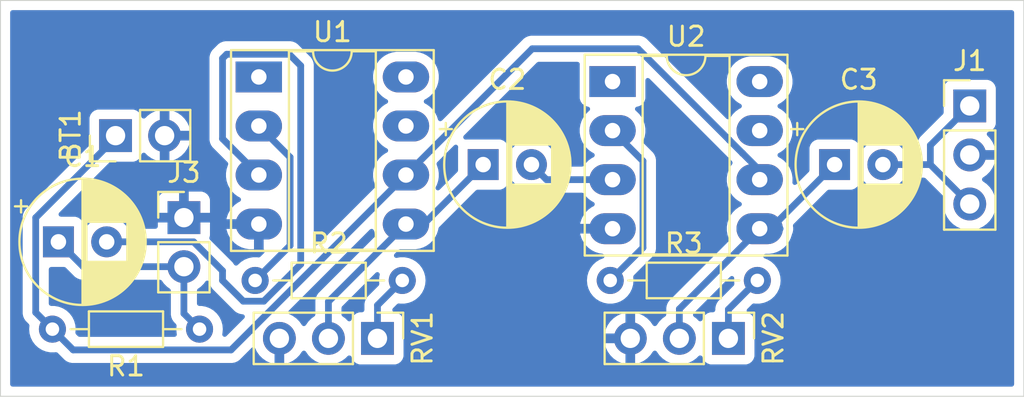
<source format=kicad_pcb>
(kicad_pcb
	(version 20240108)
	(generator "pcbnew")
	(generator_version "8.0")
	(general
		(thickness 1.6)
		(legacy_teardrops no)
	)
	(paper "A4")
	(layers
		(0 "F.Cu" signal)
		(31 "B.Cu" signal)
		(32 "B.Adhes" user "B.Adhesive")
		(33 "F.Adhes" user "F.Adhesive")
		(34 "B.Paste" user)
		(35 "F.Paste" user)
		(36 "B.SilkS" user "B.Silkscreen")
		(37 "F.SilkS" user "F.Silkscreen")
		(38 "B.Mask" user)
		(39 "F.Mask" user)
		(40 "Dwgs.User" user "User.Drawings")
		(41 "Cmts.User" user "User.Comments")
		(42 "Eco1.User" user "User.Eco1")
		(43 "Eco2.User" user "User.Eco2")
		(44 "Edge.Cuts" user)
		(45 "Margin" user)
		(46 "B.CrtYd" user "B.Courtyard")
		(47 "F.CrtYd" user "F.Courtyard")
		(48 "B.Fab" user)
		(49 "F.Fab" user)
		(50 "User.1" user)
		(51 "User.2" user)
		(52 "User.3" user)
		(53 "User.4" user)
		(54 "User.5" user)
		(55 "User.6" user)
		(56 "User.7" user)
		(57 "User.8" user)
		(58 "User.9" user)
	)
	(setup
		(stackup
			(layer "F.SilkS"
				(type "Top Silk Screen")
			)
			(layer "F.Paste"
				(type "Top Solder Paste")
			)
			(layer "F.Mask"
				(type "Top Solder Mask")
				(thickness 0.01)
			)
			(layer "F.Cu"
				(type "copper")
				(thickness 0.035)
			)
			(layer "dielectric 1"
				(type "core")
				(thickness 1.51)
				(material "FR4")
				(epsilon_r 4.5)
				(loss_tangent 0.02)
			)
			(layer "B.Cu"
				(type "copper")
				(thickness 0.035)
			)
			(layer "B.Mask"
				(type "Bottom Solder Mask")
				(thickness 0.01)
			)
			(layer "B.Paste"
				(type "Bottom Solder Paste")
			)
			(layer "B.SilkS"
				(type "Bottom Silk Screen")
			)
			(copper_finish "None")
			(dielectric_constraints no)
		)
		(pad_to_mask_clearance 0)
		(allow_soldermask_bridges_in_footprints no)
		(pcbplotparams
			(layerselection 0x00010fc_ffffffff)
			(plot_on_all_layers_selection 0x0000000_00000000)
			(disableapertmacros no)
			(usegerberextensions no)
			(usegerberattributes yes)
			(usegerberadvancedattributes yes)
			(creategerberjobfile yes)
			(dashed_line_dash_ratio 12.000000)
			(dashed_line_gap_ratio 3.000000)
			(svgprecision 4)
			(plotframeref no)
			(viasonmask no)
			(mode 1)
			(useauxorigin no)
			(hpglpennumber 1)
			(hpglpenspeed 20)
			(hpglpendiameter 15.000000)
			(pdf_front_fp_property_popups yes)
			(pdf_back_fp_property_popups yes)
			(dxfpolygonmode yes)
			(dxfimperialunits yes)
			(dxfusepcbnewfont yes)
			(psnegative no)
			(psa4output no)
			(plotreference yes)
			(plotvalue yes)
			(plotfptext yes)
			(plotinvisibletext no)
			(sketchpadsonfab no)
			(subtractmaskfromsilk no)
			(outputformat 1)
			(mirror no)
			(drillshape 1)
			(scaleselection 1)
			(outputdirectory "")
		)
	)
	(net 0 "")
	(net 1 "+9V")
	(net 2 "GND")
	(net 3 "Net-(U1-+)")
	(net 4 "Net-(C2-Pad1)")
	(net 5 "Net-(U2-+)")
	(net 6 "Net-(J1-Pin_1)")
	(net 7 "Net-(C3-Pad1)")
	(net 8 "Net-(R2-Pad2)")
	(net 9 "Net-(U1--)")
	(net 10 "Net-(R3-Pad2)")
	(net 11 "Net-(U2--)")
	(net 12 "unconnected-(U1-GAIN-Pad1)")
	(net 13 "unconnected-(U1-GAIN-Pad8)")
	(net 14 "unconnected-(U1-BYPASS-Pad7)")
	(net 15 "unconnected-(U2-GAIN-Pad8)")
	(net 16 "unconnected-(U2-GAIN-Pad1)")
	(net 17 "unconnected-(U2-BYPASS-Pad7)")
	(net 18 "Net-(J3-Pin_2)")
	(footprint "Capacitor_THT:CP_Radial_D6.3mm_P2.50mm" (layer "F.Cu") (at 52.5 69))
	(footprint "Connector_PinHeader_2.54mm:PinHeader_1x02_P2.54mm_Vertical" (layer "F.Cu") (at 33.46 67.5 90))
	(footprint "Connector_PinHeader_2.54mm:PinHeader_1x02_P2.54mm_Vertical" (layer "F.Cu") (at 37 71.7475))
	(footprint "Capacitor_THT:CP_Radial_D6.3mm_P2.50mm" (layer "F.Cu") (at 70.7 69))
	(footprint "Connector_PinHeader_2.54mm:PinHeader_1x03_P2.54mm_Vertical" (layer "F.Cu") (at 77.7 65.96))
	(footprint "Package_DIP:DIP-8_W7.62mm_Socket_LongPads" (layer "F.Cu") (at 59.2 64.7))
	(footprint "Capacitor_THT:CP_Radial_D6.3mm_P2.50mm" (layer "F.Cu") (at 30.5 73))
	(footprint "Resistor_THT:R_Axial_DIN0204_L3.6mm_D1.6mm_P7.62mm_Horizontal" (layer "F.Cu") (at 40.69 75))
	(footprint "Package_DIP:DIP-8_W7.62mm_Socket_LongPads" (layer "F.Cu") (at 40.88 64.46))
	(footprint "Resistor_THT:R_Axial_DIN0204_L3.6mm_D1.6mm_P7.62mm_Horizontal" (layer "F.Cu") (at 37.81 77.5225 180))
	(footprint "Resistor_THT:R_Axial_DIN0204_L3.6mm_D1.6mm_P7.62mm_Horizontal" (layer "F.Cu") (at 59.08 75))
	(footprint "Connector_PinHeader_2.54mm:PinHeader_1x03_P2.54mm_Vertical" (layer "F.Cu") (at 47.025 78 -90))
	(footprint "Connector_PinHeader_2.54mm:PinHeader_1x03_P2.54mm_Vertical" (layer "F.Cu") (at 65.2 78 -90))
	(gr_line
		(start 27.5 81)
		(end 80.5 81)
		(stroke
			(width 0.05)
			(type default)
		)
		(layer "Edge.Cuts")
		(uuid "1711fcdb-570c-46d1-ac94-6dd0f3d52841")
	)
	(gr_line
		(start 27.5 60.5)
		(end 27.5 81)
		(stroke
			(width 0.05)
			(type default)
		)
		(layer "Edge.Cuts")
		(uuid "9b69bf43-40d4-4b6f-8df3-15c5fcf564d3")
	)
	(gr_line
		(start 80.5 60.5)
		(end 27.5 60.5)
		(stroke
			(width 0.05)
			(type default)
		)
		(layer "Edge.Cuts")
		(uuid "b0a831eb-45d6-4a35-85e2-4236734d0cc3")
	)
	(gr_line
		(start 80.5 81)
		(end 80.5 60.5)
		(stroke
			(width 0.05)
			(type default)
		)
		(layer "Edge.Cuts")
		(uuid "ca122a0c-aef7-4b0f-9f79-95fef04549a7")
	)
	(segment
		(start 65.245 67.726701)
		(end 65.933299 68.415)
		(width 0.35)
		(layer "B.Cu")
		(net 1)
		(uuid "09dcd5db-911b-4b7a-b1da-61eec0b01359")
	)
	(segment
		(start 29.325 76.6575)
		(end 29.325 71.75)
		(width 0.35)
		(layer "B.Cu")
		(net 1)
		(uuid "20b64537-c381-41c1-9661-501ddad90246")
	)
	(segment
		(start 30.19 77.5225)
		(end 31.265 78.5975)
		(width 0.35)
		(layer "B.Cu")
		(net 1)
		(uuid "38335d52-0655-4601-a6db-8065fb4b6fa6")
	)
	(segment
		(start 33.46 67.5)
		(end 33.46 67.615)
		(width 0.35)
		(layer "B.Cu")
		(net 1)
		(uuid "3dcbee3d-7487-4914-ad8e-2a549ed7335c")
	)
	(segment
		(start 33.46 67.615)
		(end 29.325 71.75)
		(width 0.35)
		(layer "B.Cu")
		(net 1)
		(uuid "42d78648-50e1-414f-8807-f33427be7428")
	)
	(segment
		(start 30.19 77.5225)
		(end 29.325 76.6575)
		(width 0.35)
		(layer "B.Cu")
		(net 1)
		(uuid "75f5fc9b-6f74-44dd-a395-98c78b5a8218")
	)
	(segment
		(start 66.82 69.3)
		(end 66.82 69.78)
		(width 0.35)
		(layer "B.Cu")
		(net 1)
		(uuid "9de52d21-6f52-423f-bda7-8c54f99beb08")
	)
	(segment
		(start 48.5 69.54)
		(end 55.04 63)
		(width 0.35)
		(layer "B.Cu")
		(net 1)
		(uuid "a61b8957-1327-4f81-a5e6-b28a2ddf3ccd")
	)
	(segment
		(start 39.4425 78.5975)
		(end 48.5 69.54)
		(width 0.35)
		(layer "B.Cu")
		(net 1)
		(uuid "b1d7db5c-cb5c-41b3-81fd-f3f4c1ee757c")
	)
	(segment
		(start 55.04 63)
		(end 60.52 63)
		(width 0.35)
		(layer "B.Cu")
		(net 1)
		(uuid "b5bb486a-e767-4abc-bb67-f542cf4be430")
	)
	(segment
		(start 65.245 67.725)
		(end 65.245 67.726701)
		(width 0.35)
		(layer "B.Cu")
		(net 1)
		(uuid "b8aa06a6-bcaf-4e20-b08c-53516e74fdc8")
	)
	(segment
		(start 31.265 78.5975)
		(end 39.4425 78.5975)
		(width 0.35)
		(layer "B.Cu")
		(net 1)
		(uuid "baf878f5-1b21-4f9e-947a-de63b1e81415")
	)
	(segment
		(start 60.52 63)
		(end 65.245 67.725)
		(width 0.35)
		(layer "B.Cu")
		(net 1)
		(uuid "bc846c34-e5b1-4711-b6a8-f240573ef996")
	)
	(segment
		(start 65.935 68.415)
		(end 66.82 69.3)
		(width 0.35)
		(layer "B.Cu")
		(net 1)
		(uuid "c6b94557-495c-4a95-852a-7b9f90ae0167")
	)
	(segment
		(start 65.933299 68.415)
		(end 65.935 68.415)
		(width 0.35)
		(layer "B.Cu")
		(net 1)
		(uuid "d2133dbd-500b-4db1-a752-c0696121c6a0")
	)
	(segment
		(start 41.13528 76.075)
		(end 43.05 74.16028)
		(width 0.35)
		(layer "B.Cu")
		(net 3)
		(uuid "21ae0742-64a8-4ad7-b753-1b77f14241bd")
	)
	(segment
		(start 33 73)
		(end 37.5 73)
		(width 0.35)
		(layer "B.Cu")
		(net 3)
		(uuid "4fcdbc9b-81a6-4ad3-b1f4-1592973eb522")
	)
	(segment
		(start 39 67.66)
		(end 40.88 69.54)
		(width 0.35)
		(layer "B.Cu")
		(net 3)
		(uuid "535a1833-8510-4c97-97f9-06cbfffe8776")
	)
	(segment
		(start 39 75)
		(end 40.075 76.075)
		(width 0.35)
		(layer "B.Cu")
		(net 3)
		(uuid "77cc8712-00a1-4691-a260-c8139b628e46")
	)
	(segment
		(start 43.05 74.16028)
		(end 43.05 63.88)
		(width 0.35)
		(layer "B.Cu")
		(net 3)
		(uuid "823ac898-7035-4481-a552-6df70e8e67a7")
	)
	(segment
		(start 42.455 63.285)
		(end 39.215 63.285)
		(width 0.35)
		(layer "B.Cu")
		(net 3)
		(uuid "846c4c71-cf84-4593-a4d8-2893d515e41c")
	)
	(segment
		(start 39.215 63.285)
		(end 39 63.5)
		(width 0.35)
		(layer "B.Cu")
		(net 3)
		(uuid "9334a0a7-b2f2-45b2-8fb7-7371a9b38dd4")
	)
	(segment
		(start 40.075 76.075)
		(end 41.13528 76.075)
		(width 0.35)
		(layer "B.Cu")
		(net 3)
		(uuid "9b3b0b15-60f2-412d-9f23-140991119ee1")
	)
	(segment
		(start 43.05 63.88)
		(end 42.455 63.285)
		(width 0.35)
		(layer "B.Cu")
		(net 3)
		(uuid "9eee3985-7e07-4a23-878e-df45f662fe83")
	)
	(segment
		(start 39 74.5)
		(end 39 75)
		(width 0.35)
		(layer "B.Cu")
		(net 3)
		(uuid "aec3359c-4a99-4a0b-ac66-d7a76309a6a7")
	)
	(segment
		(start 39 63.5)
		(end 39 67.66)
		(width 0.35)
		(layer "B.Cu")
		(net 3)
		(uuid "ef822d55-a78b-4007-8606-f3d6a3d5047b")
	)
	(segment
		(start 37.5 73)
		(end 39 74.5)
		(width 0.35)
		(layer "B.Cu")
		(net 3)
		(uuid "fc750c29-7aca-41ad-9e81-5be1bee9f67d")
	)
	(segment
		(start 49.42 72.08)
		(end 52.5 69)
		(width 0.35)
		(layer "B.Cu")
		(net 4)
		(uuid "2e3f5668-8195-49b7-98bc-ebbf1a108e89")
	)
	(segment
		(start 44.485 78)
		(end 44.485 76.095)
		(width 0.35)
		(layer "B.Cu")
		(net 4)
		(uuid "339199a2-37b9-4910-8fb1-699f48517e00")
	)
	(segment
		(start 44.485 76.095)
		(end 48.5 72.08)
		(width 0.35)
		(layer "B.Cu")
		(net 4)
		(uuid "426b19c8-1f15-4af1-ab37-2da961f8d09e")
	)
	(segment
		(start 48.5 72.08)
		(end 49.42 72.08)
		(width 0.35)
		(layer "B.Cu")
		(net 4)
		(uuid "ca023bbc-128b-4961-81cc-fb39ee90e159")
	)
	(segment
		(start 55.78 69.78)
		(end 55 69)
		(width 0.35)
		(layer "B.Cu")
		(net 5)
		(uuid "e703045f-7223-4be4-8663-8dfbae6f3fde")
	)
	(segment
		(start 59.2 69.78)
		(end 55.78 69.78)
		(width 0.35)
		(layer "B.Cu")
		(net 5)
		(uuid "f0e1e094-7f2d-4cf0-b31e-89002c72f314")
	)
	(segment
		(start 75.66 68)
		(end 75.66 69)
		(width 0.35)
		(layer "B.Cu")
		(net 6)
		(uuid "64fa91f4-8d2e-4773-8695-038f014125e6")
	)
	(segment
		(start 75.66 69)
		(end 77.7 71.04)
		(width 0.35)
		(layer "B.Cu")
		(net 6)
		(uuid "8ba0fa79-e649-4cc0-8ddd-e8d107164534")
	)
	(segment
		(start 73.2 69)
		(end 75.66 69)
		(width 0.35)
		(layer "B.Cu")
		(net 6)
		(uuid "91451aed-1322-4e57-acbb-f87930e7aa16")
	)
	(segment
		(start 77.7 65.96)
		(end 75.66 68)
		(width 0.35)
		(layer "B.Cu")
		(net 6)
		(uuid "94602b2d-155a-4975-be63-8c8273579399")
	)
	(segment
		(start 67.38 72.32)
		(end 70.7 69)
		(width 0.35)
		(layer "B.Cu")
		(net 7)
		(uuid "58038d8e-5c75-457f-bc31-74255928d8aa")
	)
	(segment
		(start 66.82 72.32)
		(end 67.88 72.32)
		(width 0.35)
		(layer "B.Cu")
		(net 7)
		(uuid "62a81fcd-c5a0-47dd-818d-aeaac31e195f")
	)
	(segment
		(start 62.66 78)
		(end 62.66 76.48)
		(width 0.35)
		(layer "B.Cu")
		(net 7)
		(uuid "99c804ee-50fb-470b-b527-39f7482e414a")
	)
	(segment
		(start 62.66 76.48)
		(end 66.82 72.32)
		(width 0.35)
		(layer "B.Cu")
		(net 7)
		(uuid "aebea24a-48da-4ecc-af1d-afc0e04e6fc0")
	)
	(segment
		(start 66.82 72.32)
		(end 67.38 72.32)
		(width 0.35)
		(layer "B.Cu")
		(net 7)
		(uuid "e4fb7be2-7fed-47c0-b57d-623ae96081ba")
	)
	(segment
		(start 47.025 76.285)
		(end 48.31 75)
		(width 0.35)
		(layer "B.Cu")
		(net 8)
		(uuid "1e7074cd-cd58-4f20-b57c-e0ca1b8900a6")
	)
	(segment
		(start 47.025 78)
		(end 47.025 76.285)
		(width 0.35)
		(layer "B.Cu")
		(net 8)
		(uuid "65650b4b-2749-4adb-8363-d56409eda16e")
	)
	(segment
		(start 40.69 75)
		(end 42.5 73.19)
		(width 0.35)
		(layer "B.Cu")
		(net 9)
		(uuid "0777aa00-8bb1-45da-9df8-46b5f5c1bd50")
	)
	(segment
		(start 42.5 68.62)
		(end 40.88 67)
		(width 0.35)
		(layer "B.Cu")
		(net 9)
		(uuid "199f9c5d-6df8-4d9f-af9b-40bfcfc2317c")
	)
	(segment
		(start 42.5 73.19)
		(end 42.5 68.62)
		(width 0.35)
		(layer "B.Cu")
		(net 9)
		(uuid "7b1ef0d0-3b57-47d5-a976-215b2dcdf0cb")
	)
	(segment
		(start 65.2 78)
		(end 65.2 76.5)
		(width 0.35)
		(layer "B.Cu")
		(net 10)
		(uuid "021dfd4d-6dc7-4be5-bde6-5ebe10d0538c")
	)
	(segment
		(start 65.2 76.5)
		(end 66.7 75)
		(width 0.35)
		(layer "B.Cu")
		(net 10)
		(uuid "7d03773a-9ae8-4d35-ba67-1134739cba56")
	)
	(segment
		(start 59.08 75)
		(end 60.775 73.305)
		(width 0.35)
		(layer "B.Cu")
		(net 11)
		(uuid "0923e403-0f07-498e-8613-807675c28305")
	)
	(segment
		(start 60.775 68.815)
		(end 59.2 67.24)
		(width 0.35)
		(layer "B.Cu")
		(net 11)
		(uuid "522e91c1-339d-4924-97e0-cfda1b4b469e")
	)
	(segment
		(start 60.775 73.305)
		(end 60.775 68.815)
		(width 0.35)
		(layer "B.Cu")
		(net 11)
		(uuid "c92234e0-b278-4aeb-9162-6e9bd02d443d")
	)
	(segment
		(start 37 76.7125)
		(end 37.81 77.5225)
		(width 0.35)
		(layer "B.Cu")
		(net 18)
		(uuid "34b40c2e-d36e-484e-9d2f-9557c7ab9bfa")
	)
	(segment
		(start 37 74.2875)
		(end 37 76.7125)
		(width 0.35)
		(layer "B.Cu")
		(net 18)
		(uuid "4b35c56f-776c-4a35-b69e-688896daa909")
	)
	(segment
		(start 30.5 73)
		(end 31.7875 74.2875)
		(width 0.35)
		(layer "B.Cu")
		(net 18)
		(uuid "5aeabcce-aa93-4a98-b29f-55de56f21e00")
	)
	(segment
		(start 31.7875 74.2875)
		(end 37 74.2875)
		(width 0.35)
		(layer "B.Cu")
		(net 18)
		(uuid "960df627-bad6-4502-9233-52434215a0ae")
	)
	(zone
		(net 2)
		(net_name "GND")
		(layer "B.Cu")
		(uuid "25d210d5-f470-40c0-933a-4957813acae5")
		(hatch edge 0.5)
		(connect_pads
			(clearance 0.5)
		)
		(min_thickness 0.25)
		(filled_areas_thickness no)
		(fill yes
			(thermal_gap 0.5)
			(thermal_bridge_width 0.5)
			(island_removal_mode 1)
			(island_area_min 10)
		)
		(polygon
			(pts
				(xy 80.5 60.5) (xy 80.5 81) (xy 27.5 81) (xy 27.5 60.5)
			)
		)
	)
	(zone
		(net 2)
		(net_name "GND")
		(layer "B.Cu")
		(uuid "799a5e03-18c0-4870-9228-033e08e5f716")
		(hatch edge 0.5)
		(priority 1)
		(connect_pads
			(clearance 0.5)
		)
		(min_thickness 0.25)
		(filled_areas_thickness no)
		(fill yes
			(thermal_gap 0.5)
			(thermal_bridge_width 0.5)
			(island_removal_mode 1)
			(island_area_min 10)
		)
		(polygon
			(pts
				(xy 27.5 60.5) (xy 80.5 60.5) (xy 80.5 81) (xy 27.5 81)
			)
		)
		(filled_polygon
			(layer "B.Cu")
			(island)
			(pts
				(xy 30.860875 74.320184) (xy 30.881517 74.336818) (xy 31.35689 74.812192) (xy 31.356894 74.812195)
				(xy 31.467524 74.886116) (xy 31.467528 74.886118) (xy 31.467531 74.88612) (xy 31.590464 74.937041)
				(xy 31.720964 74.962999) (xy 31.720968 74.963) (xy 31.720969 74.963) (xy 31.854031 74.963) (xy 35.759783 74.963)
				(xy 35.826822 74.982685) (xy 35.861357 75.015875) (xy 35.961505 75.158901) (xy 36.128599 75.325995)
				(xy 36.271624 75.426142) (xy 36.315248 75.480718) (xy 36.3245 75.527716) (xy 36.3245 76.779035)
				(xy 36.350457 76.909528) (xy 36.350459 76.909536) (xy 36.401378 77.032465) (xy 36.401383 77.032475)
				(xy 36.475303 77.143104) (xy 36.475304 77.143105) (xy 36.475305 77.143106) (xy 36.584427 77.252228)
				(xy 36.617911 77.313549) (xy 36.620216 77.351349) (xy 36.604357 77.522499) (xy 36.604357 77.5225)
				(xy 36.624884 77.744035) (xy 36.630584 77.764065) (xy 36.629998 77.833933) (xy 36.591731 77.892391)
				(xy 36.527934 77.920882) (xy 36.511318 77.922) (xy 31.596163 77.922) (xy 31.529124 77.902315) (xy 31.508482 77.885681)
				(xy 31.415573 77.792772) (xy 31.382088 77.731449) (xy 31.379783 77.693655) (xy 31.395643 77.5225)
				(xy 31.375115 77.300964) (xy 31.314229 77.086972) (xy 31.314224 77.086961) (xy 31.215061 76.887816)
				(xy 31.215056 76.887808) (xy 31.080979 76.710261) (xy 30.916562 76.560376) (xy 30.91656 76.560374)
				(xy 30.727404 76.443254) (xy 30.727398 76.443252) (xy 30.713374 76.437819) (xy 30.51994 76.362882)
				(xy 30.301243 76.322) (xy 30.1245 76.322) (xy 30.057461 76.302315) (xy 30.011706 76.249511) (xy 30.0005 76.198)
				(xy 30.0005 74.424499) (xy 30.020185 74.35746) (xy 30.072989 74.311705) (xy 30.1245 74.300499) (xy 30.793836 74.300499)
			)
		)
		(filled_polygon
			(layer "B.Cu")
			(island)
			(pts
				(xy 38.29542 75.038926) (xy 38.330834 75.099156) (xy 38.332182 75.105155) (xy 38.350457 75.197028)
				(xy 38.350459 75.197036) (xy 38.401378 75.319965) (xy 38.401383 75.319975) (xy 38.475304 75.430605)
				(xy 38.475307 75.430609) (xy 39.550305 76.505606) (xy 39.644394 76.599695) (xy 39.644397 76.599697)
				(xy 39.644398 76.599698) (xy 39.75502 76.673613) (xy 39.755024 76.673615) (xy 39.755031 76.67362)
				(xy 39.791037 76.688534) (xy 39.877964 76.724541) (xy 40.008464 76.750499) (xy 40.008468 76.7505)
				(xy 40.008469 76.7505) (xy 40.034837 76.7505) (xy 40.101876 76.770185) (xy 40.147631 76.822989)
				(xy 40.157575 76.892147) (xy 40.12855 76.955703) (xy 40.122518 76.962181) (xy 39.199018 77.885681)
				(xy 39.137695 77.919166) (xy 39.111337 77.922) (xy 39.108682 77.922) (xy 39.041643 77.902315) (xy 38.995888 77.849511)
				(xy 38.985944 77.780353) (xy 38.989416 77.764065) (xy 38.995115 77.744036) (xy 39.015643 77.5225)
				(xy 38.995115 77.300964) (xy 38.934229 77.086972) (xy 38.934224 77.086961) (xy 38.835061 76.887816)
				(xy 38.835056 76.887808) (xy 38.700979 76.710261) (xy 38.536562 76.560376) (xy 38.53656 76.560374)
				(xy 38.347404 76.443254) (xy 38.347398 76.443252) (xy 38.333374 76.437819) (xy 38.13994 76.362882)
				(xy 37.921243 76.322) (xy 37.7995 76.322) (xy 37.732461 76.302315) (xy 37.686706 76.249511) (xy 37.6755 76.198)
				(xy 37.6755 75.527716) (xy 37.695185 75.460677) (xy 37.728375 75.426142) (xy 37.871401 75.325995)
				(xy 38.038495 75.158901) (xy 38.108991 75.058221) (xy 38.163566 75.014598) (xy 38.233065 75.007404)
			)
		)
		(filled_polygon
			(layer "B.Cu")
			(island)
			(pts
				(xy 46.765317 72.332496) (xy 46.82125 72.374368) (xy 46.839914 72.410359) (xy 46.894782 72.579226)
				(xy 46.904746 72.59878) (xy 46.917642 72.667449) (xy 46.891365 72.732189) (xy 46.881942 72.742755)
				(xy 43.960307 75.66439) (xy 43.960304 75.664394) (xy 43.886383 75.775024) (xy 43.886378 75.775034)
				(xy 43.835459 75.897963) (xy 43.835457 75.897971) (xy 43.81358 76.007957) (xy 43.81358 76.007961)
				(xy 43.8095 76.028469) (xy 43.8095 76.759783) (xy 43.789815 76.826822) (xy 43.756624 76.861358)
				(xy 43.613594 76.961508) (xy 43.446508 77.128594) (xy 43.316269 77.314595) (xy 43.261692 77.358219)
				(xy 43.192193 77.365412) (xy 43.129839 77.33389) (xy 43.113119 77.314594) (xy 42.983113 77.128926)
				(xy 42.983108 77.12892) (xy 42.816082 76.961894) (xy 42.622578 76.826399) (xy 42.473674 76.756964)
				(xy 42.421235 76.710791) (xy 42.402083 76.643598) (xy 42.422299 76.576717) (xy 42.43839 76.556909)
				(xy 46.634304 72.360995) (xy 46.695625 72.327512)
			)
		)
		(filled_polygon
			(layer "B.Cu")
			(island)
			(pts
				(xy 47.064655 74.573159) (xy 47.120588 74.615031) (xy 47.145005 74.680495) (xy 47.140588 74.723274)
				(xy 47.124884 74.778466) (xy 47.104357 74.999999) (xy 47.104357 75) (xy 47.120216 75.171149) (xy 47.106801 75.239719)
				(xy 47.084426 75.270271) (xy 46.500307 75.85439) (xy 46.500304 75.854394) (xy 46.426383 75.965024)
				(xy 46.426378 75.965034) (xy 46.375459 76.087963) (xy 46.375457 76.087969) (xy 46.353073 76.200496)
				(xy 46.353074 76.200497) (xy 46.3495 76.218466) (xy 46.3495 76.5255) (xy 46.329815 76.592539) (xy 46.277011 76.638294)
				(xy 46.225501 76.6495) (xy 46.12713 76.6495) (xy 46.127123 76.649501) (xy 46.067516 76.655908) (xy 45.932671 76.706202)
				(xy 45.932664 76.706206) (xy 45.817455 76.792452) (xy 45.817452 76.792455) (xy 45.731206 76.907664)
				(xy 45.731203 76.907669) (xy 45.682189 77.039083) (xy 45.640317 77.095016) (xy 45.574853 77.119433)
				(xy 45.50658 77.104581) (xy 45.478326 77.08343) (xy 45.356401 76.961505) (xy 45.348115 76.955703)
				(xy 45.213375 76.861357) (xy 45.169752 76.806781) (xy 45.1605 76.759783) (xy 45.1605 76.426163)
				(xy 45.180185 76.359124) (xy 45.196819 76.338482) (xy 46.054583 75.480718) (xy 46.933642 74.601658)
				(xy 46.994963 74.568175)
			)
		)
		(filled_polygon
			(layer "B.Cu")
			(island)
			(pts
				(xy 65.423286 74.774527) (xy 65.479219 74.816399) (xy 65.503636 74.881863) (xy 65.503423 74.902149)
				(xy 65.494357 74.999997) (xy 65.494357 75) (xy 65.510216 75.171149) (xy 65.496801 75.239719) (xy 65.474426 75.270271)
				(xy 64.675307 76.06939) (xy 64.675304 76.069394) (xy 64.601383 76.180024) (xy 64.601378 76.180034)
				(xy 64.55046 76.302961) (xy 64.550457 76.302971) (xy 64.53854 76.362883) (xy 64.53854 76.362884)
				(xy 64.5245 76.433466) (xy 64.5245 76.5255) (xy 64.504815 76.592539) (xy 64.452011 76.638294) (xy 64.400501 76.6495)
				(xy 64.30213 76.6495) (xy 64.302123 76.649501) (xy 64.242516 76.655908) (xy 64.107671 76.706202)
				(xy 64.107664 76.706206) (xy 63.992455 76.792452) (xy 63.992452 76.792455) (xy 63.906206 76.907664)
				(xy 63.906203 76.907669) (xy 63.857189 77.039083) (xy 63.815317 77.095016) (xy 63.749853 77.119433)
				(xy 63.68158 77.104581) (xy 63.653326 77.08343) (xy 63.531402 76.961506) (xy 63.531396 76.961501)
				(xy 63.418596 76.882518) (xy 63.374971 76.827941) (xy 63.367777 76.758443) (xy 63.3993 76.696088)
				(xy 63.402007 76.693293) (xy 65.292273 74.803026) (xy 65.353594 74.769543)
			)
		)
		(filled_polygon
			(layer "B.Cu")
			(island)
			(pts
				(xy 51.124896 67.972918) (xy 51.180829 68.01479) (xy 51.205246 68.080254) (xy 51.204852 68.102346)
				(xy 51.1995 68.152127) (xy 51.1995 68.152135) (xy 51.1995 69.293836) (xy 51.179815 69.360875) (xy 51.163181 69.381517)
				(xy 50.243011 70.301686) (xy 50.181688 70.335171) (xy 50.111996 70.330187) (xy 50.056063 70.288315)
				(xy 50.031646 70.222851) (xy 50.044846 70.157709) (xy 50.060265 70.127449) (xy 50.10522 70.039219)
				(xy 50.168477 69.844534) (xy 50.2005 69.642352) (xy 50.2005 69.437648) (xy 50.168477 69.235466)
				(xy 50.168476 69.235464) (xy 50.149668 69.177578) (xy 50.10522 69.040781) (xy 50.095251 69.021217)
				(xy 50.082356 68.952549) (xy 50.108633 68.887809) (xy 50.118047 68.877252) (xy 50.993881 68.001418)
				(xy 51.055204 67.967934)
			)
		)
		(filled_polygon
			(layer "B.Cu")
			(island)
			(pts
				(xy 57.447483 63.695185) (xy 57.493238 63.747989) (xy 57.503733 63.812756) (xy 57.4995 63.852118)
				(xy 57.4995 65.54787) (xy 57.499501 65.547876) (xy 57.505908 65.607483) (xy 57.556202 65.742328)
				(xy 57.556206 65.742335) (xy 57.642452 65.857544) (xy 57.642455 65.857547) (xy 57.757664 65.943793)
				(xy 57.757671 65.943797) (xy 57.802618 65.960561) (xy 57.892517 65.994091) (xy 57.929441 65.99806)
				(xy 57.993989 66.024796) (xy 58.033838 66.082188) (xy 58.036333 66.152013) (xy 58.000681 66.212102)
				(xy 57.989071 66.221666) (xy 57.952784 66.24803) (xy 57.808028 66.392786) (xy 57.687715 66.558386)
				(xy 57.594781 66.740776) (xy 57.531522 66.935465) (xy 57.4995 67.137648) (xy 57.4995 67.342351)
				(xy 57.531522 67.544534) (xy 57.594781 67.739223) (xy 57.687715 67.921613) (xy 57.808028 68.087213)
				(xy 57.952786 68.231971) (xy 58.107749 68.344556) (xy 58.11839 68.352287) (xy 58.202025 68.394901)
				(xy 58.21108 68.399515) (xy 58.261876 68.44749) (xy 58.278671 68.515311) (xy 58.256134 68.581446)
				(xy 58.21108 68.620485) (xy 58.118386 68.667715) (xy 57.952786 68.788028) (xy 57.80803 68.932784)
				(xy 57.720412 69.053384) (xy 57.665082 69.096051) (xy 57.620093 69.1045) (xy 56.428236 69.1045)
				(xy 56.361197 69.084815) (xy 56.315442 69.032011) (xy 56.304708 68.991308) (xy 56.288583 68.807007)
				(xy 56.285635 68.773308) (xy 56.226739 68.553504) (xy 56.130568 68.347266) (xy 56.000047 68.160861)
				(xy 56.000045 68.160858) (xy 55.839141 67.999954) (xy 55.652734 67.869432) (xy 55.652732 67.869431)
				(xy 55.446497 67.773261) (xy 55.446488 67.773258) (xy 55.226697 67.714366) (xy 55.226693 67.714365)
				(xy 55.226692 67.714365) (xy 55.226691 67.714364) (xy 55.226686 67.714364) (xy 55.000002 67.694532)
				(xy 54.999998 67.694532) (xy 54.773313 67.714364) (xy 54.773302 67.714366) (xy 54.553511 67.773258)
				(xy 54.553502 67.773261) (xy 54.347267 67.869431) (xy 54.347265 67.869432) (xy 54.160862 67.999951)
				(xy 54.003726 68.157087) (xy 53.942403 68.190571) (xy 53.872711 68.185587) (xy 53.816778 68.143715)
				(xy 53.795369 68.097923) (xy 53.794091 68.092518) (xy 53.792112 68.087213) (xy 53.752116 67.979975)
				(xy 53.743797 67.957671) (xy 53.743793 67.957664) (xy 53.657547 67.842455) (xy 53.657544 67.842452)
				(xy 53.542335 67.756206) (xy 53.542328 67.756202) (xy 53.407482 67.705908) (xy 53.407483 67.705908)
				(xy 53.347883 67.699501) (xy 53.347881 67.6995) (xy 53.347873 67.6995) (xy 53.347864 67.6995) (xy 51.652129 67.6995)
				(xy 51.65212 67.699501) (xy 51.602352 67.704851) (xy 51.533593 67.692444) (xy 51.482457 67.644832)
				(xy 51.465179 67.577132) (xy 51.487245 67.510839) (xy 51.501412 67.493887) (xy 55.283482 63.711819)
				(xy 55.344805 63.678334) (xy 55.371163 63.6755) (xy 57.380444 63.6755)
			)
		)
		(filled_polygon
			(layer "B.Cu")
			(pts
				(xy 79.942539 61.020185) (xy 79.988294 61.072989) (xy 79.9995 61.1245) (xy 79.9995 80.3755) (xy 79.979815 80.442539)
				(xy 79.927011 80.488294) (xy 79.8755 80.4995) (xy 28.1245 80.4995) (xy 28.057461 80.479815) (xy 28.011706 80.427011)
				(xy 28.0005 80.3755) (xy 28.0005 71.683468) (xy 28.6495 71.683468) (xy 28.6495 76.724035) (xy 28.675457 76.854528)
				(xy 28.675459 76.854536) (xy 28.726378 76.977465) (xy 28.726383 76.977475) (xy 28.800303 77.088104)
				(xy 28.800304 77.088105) (xy 28.800305 77.088106) (xy 28.964427 77.252228) (xy 28.997911 77.31355)
				(xy 29.000216 77.351349) (xy 28.984357 77.522499) (xy 28.984357 77.5225) (xy 29.004884 77.744035)
				(xy 29.004885 77.744037) (xy 29.065769 77.958023) (xy 29.065775 77.958038) (xy 29.164938 78.157183)
				(xy 29.164943 78.157191) (xy 29.29902 78.334738) (xy 29.463437 78.484623) (xy 29.463439 78.484625)
				(xy 29.652595 78.601745) (xy 29.652596 78.601745) (xy 29.652599 78.601747) (xy 29.86006 78.682118)
				(xy 30.078757 78.723) (xy 30.078759 78.723) (xy 30.301244 78.723) (xy 30.301244 78.722999) (xy 30.349851 78.713913)
				(xy 30.419366 78.720942) (xy 30.460319 78.74812) (xy 30.740305 79.028106) (xy 30.834394 79.122195)
				(xy 30.834397 79.122197) (xy 30.834398 79.122198) (xy 30.945026 79.196117) (xy 30.945027 79.196117)
				(xy 30.945031 79.19612) (xy 30.972616 79.207546) (xy 31.067964 79.247041) (xy 31.198464 79.272999)
				(xy 31.198468 79.273) (xy 31.198469 79.273) (xy 39.509032 79.273) (xy 39.509033 79.272999) (xy 39.639536 79.247041)
				(xy 39.762469 79.19612) (xy 39.873106 79.122195) (xy 40.501905 78.493395) (xy 40.563224 78.459913)
				(xy 40.632915 78.464897) (xy 40.688849 78.506768) (xy 40.701964 78.528674) (xy 40.771399 78.677578)
				(xy 40.906894 78.871082) (xy 41.073917 79.038105) (xy 41.267421 79.1736) (xy 41.481507 79.273429)
				(xy 41.481516 79.273433) (xy 41.695 79.330634) (xy 41.695 78.433012) (xy 41.752007 78.465925) (xy 41.879174 78.5)
				(xy 42.010826 78.5) (xy 42.137993 78.465925) (xy 42.195 78.433012) (xy 42.195 79.330633) (xy 42.408483 79.273433)
				(xy 42.408492 79.273429) (xy 42.622578 79.1736) (xy 42.816082 79.038105) (xy 42.983105 78.871082)
				(xy 43.113119 78.685405) (xy 43.167696 78.641781) (xy 43.237195 78.634588) (xy 43.299549 78.66611)
				(xy 43.316269 78.685405) (xy 43.446505 78.871401) (xy 43.613599 79.038495) (xy 43.710384 79.106265)
				(xy 43.807165 79.174032) (xy 43.807167 79.174033) (xy 43.80717 79.174035) (xy 44.021337 79.273903)
				(xy 44.249592 79.335063) (xy 44.426034 79.3505) (xy 44.484999 79.355659) (xy 44.485 79.355659) (xy 44.485001 79.355659)
				(xy 44.543966 79.3505) (xy 44.720408 79.335063) (xy 44.948663 79.273903) (xy 45.16283 79.174035)
				(xy 45.356401 79.038495) (xy 45.478329 78.916566) (xy 45.539648 78.883084) (xy 45.60934 78.888068)
				(xy 45.665274 78.929939) (xy 45.682189 78.960917) (xy 45.731202 79.092328) (xy 45.731206 79.092335)
				(xy 45.817451 79.207543) (xy 45.817454 79.207546) (xy 45.932664 79.293793) (xy 45.932671 79.293797)
				(xy 46.067517 79.344091) (xy 46.067516 79.344091) (xy 46.074444 79.344835) (xy 46.127127 79.3505)
				(xy 47.922872 79.350499) (xy 47.982483 79.344091) (xy 48.117331 79.293796) (xy 48.232546 79.207546)
				(xy 48.232549 79.207543) (xy 48.318793 79.092335) (xy 48.318792 79.092335) (xy 48.318796 79.092331)
				(xy 48.369091 78.957483) (xy 48.3755 78.897873) (xy 48.375499 77.102128) (xy 48.369091 77.042517)
				(xy 48.36781 77.039083) (xy 48.318797 76.907671) (xy 48.318793 76.907664) (xy 48.232547 76.792455)
				(xy 48.232544 76.792452) (xy 48.117335 76.706206) (xy 48.117328 76.706202) (xy 47.982482 76.655908)
				(xy 47.982483 76.655908) (xy 47.922883 76.649501) (xy 47.922881 76.6495) (xy 47.922873 76.6495)
				(xy 47.922865 76.6495) (xy 47.915163 76.6495) (xy 47.848124 76.629815) (xy 47.802369 76.577011)
				(xy 47.792425 76.507853) (xy 47.82145 76.444297) (xy 47.827482 76.437819) (xy 48.03968 76.22562)
				(xy 48.101003 76.192135) (xy 48.150147 76.191413) (xy 48.185384 76.198) (xy 48.198757 76.2005) (xy 48.198758 76.2005)
				(xy 48.421241 76.2005) (xy 48.421243 76.2005) (xy 48.63994 76.159618) (xy 48.847401 76.079247) (xy 49.036562 75.962124)
				(xy 49.200981 75.812236) (xy 49.335058 75.634689) (xy 49.434229 75.435528) (xy 49.495115 75.221536)
				(xy 49.515643 75) (xy 49.495115 74.778464) (xy 49.434229 74.564472) (xy 49.434224 74.564461) (xy 49.335061 74.365316)
				(xy 49.335056 74.365308) (xy 49.200979 74.187761) (xy 49.036562 74.037876) (xy 49.03656 74.037874)
				(xy 48.847404 73.920754) (xy 48.847398 73.920752) (xy 48.63994 73.840382) (xy 48.421243 73.7995)
				(xy 48.198757 73.7995) (xy 48.106032 73.816833) (xy 48.022977 73.832359) (xy 47.953462 73.825328)
				(xy 47.898783 73.78183) (xy 47.876301 73.715676) (xy 47.893154 73.647869) (xy 47.912507 73.622793)
				(xy 48.118482 73.416819) (xy 48.179805 73.383334) (xy 48.206163 73.3805) (xy 49.002351 73.3805)
				(xy 49.002352 73.3805) (xy 49.204534 73.348477) (xy 49.399219 73.28522) (xy 49.58161 73.192287)
				(xy 49.67459 73.124732) (xy 49.747213 73.071971) (xy 49.747215 73.071968) (xy 49.747219 73.071966)
				(xy 49.891966 72.927219) (xy 49.891968 72.927215) (xy 49.891971 72.927213) (xy 49.97057 72.819029)
				(xy 50.012287 72.76161) (xy 50.10522 72.579219) (xy 50.168477 72.384534) (xy 50.180563 72.308224)
				(xy 50.21049 72.245094) (xy 50.215336 72.239963) (xy 52.118482 70.336818) (xy 52.179805 70.303333)
				(xy 52.206163 70.300499) (xy 53.347871 70.300499) (xy 53.347872 70.300499) (xy 53.407483 70.294091)
				(xy 53.542331 70.243796) (xy 53.657546 70.157546) (xy 53.743796 70.042331) (xy 53.794091 69.907483)
				(xy 53.794092 69.907472) (xy 53.795365 69.902088) (xy 53.829933 69.841369) (xy 53.891841 69.808978)
				(xy 53.961433 69.815199) (xy 54.003725 69.842912) (xy 54.160858 70.000045) (xy 54.160861 70.000047)
				(xy 54.347266 70.130568) (xy 54.553504 70.226739) (xy 54.773308 70.285635) (xy 54.93523 70.299801)
				(xy 54.999998 70.305468) (xy 55 70.305468) (xy 55.000002 70.305468) (xy 55.043228 70.301686) (xy 55.226692 70.285635)
				(xy 55.240156 70.282027) (xy 55.310004 70.283686) (xy 55.343813 70.30208) (xy 55.344328 70.301311)
				(xy 55.46002 70.378613) (xy 55.460022 70.378614) (xy 55.460031 70.37862) (xy 55.480789 70.387218)
				(xy 55.48079 70.387219) (xy 55.480791 70.387219) (xy 55.582964 70.429541) (xy 55.706657 70.454145)
				(xy 55.713464 70.455499) (xy 55.713468 70.4555) (xy 55.713469 70.4555) (xy 57.620093 70.4555) (xy 57.687132 70.475185)
				(xy 57.720412 70.506616) (xy 57.80803 70.627215) (xy 57.952786 70.771971) (xy 58.094293 70.87478)
				(xy 58.11839 70.892287) (xy 58.190424 70.92899) (xy 58.211629 70.939795) (xy 58.262425 70.98777)
				(xy 58.27922 71.055591) (xy 58.256682 71.121726) (xy 58.211629 71.160765) (xy 58.11865 71.20814)
				(xy 57.953105 71.328417) (xy 57.953104 71.328417) (xy 57.808417 71.473104) (xy 57.808417 71.473105)
				(xy 57.68814 71.63865) (xy 57.595244 71.82097) (xy 57.532009 72.015586) (xy 57.523391 72.07) (xy 58.884314 72.07)
				(xy 58.87992 72.074394) (xy 58.827259 72.165606) (xy 58.8 72.267339) (xy 58.8 72.372661) (xy 58.827259 72.474394)
				(xy 58.87992 72.565606) (xy 58.884314 72.57) (xy 57.523391 72.57) (xy 57.532009 72.624413) (xy 57.595244 72.819029)
				(xy 57.68814 73.001349) (xy 57.808417 73.166894) (xy 57.808417 73.166895) (xy 57.953104 73.311582)
				(xy 58.11865 73.431859) (xy 58.300968 73.524755) (xy 58.495582 73.587989) (xy 58.684372 73.617891)
				(xy 58.747506 73.64782) (xy 58.784438 73.707131) (xy 58.78344 73.776994) (xy 58.74483 73.835227)
				(xy 58.709768 73.85599) (xy 58.54261 73.920747) (xy 58.542595 73.920754) (xy 58.353439 74.037874)
				(xy 58.353437 74.037876) (xy 58.18902 74.187761) (xy 58.054943 74.365308) (xy 58.054938 74.365316)
				(xy 57.955775 74.564461) (xy 57.955769 74.564476) (xy 57.894885 74.778462) (xy 57.894884 74.778464)
				(xy 57.874357 74.999999) (xy 57.874357 75) (xy 57.894884 75.221535) (xy 57.894885 75.221537) (xy 57.955769 75.435523)
				(xy 57.955775 75.435538) (xy 58.054938 75.634683) (xy 58.054943 75.634691) (xy 58.18902 75.812238)
				(xy 58.353437 75.962123) (xy 58.353439 75.962125) (xy 58.542595 76.079245) (xy 58.542596 76.079245)
				(xy 58.542599 76.079247) (xy 58.75006 76.159618) (xy 58.968757 76.2005) (xy 58.968759 76.2005) (xy 59.191241 76.2005)
				(xy 59.191243 76.2005) (xy 59.40994 76.159618) (xy 59.617401 76.079247) (xy 59.806562 75.962124)
				(xy 59.970981 75.812236) (xy 60.105058 75.634689) (xy 60.204229 75.435528) (xy 60.265115 75.221536)
				(xy 60.285643 75) (xy 60.269783 74.828846) (xy 60.283198 74.760279) (xy 60.30557 74.729729) (xy 61.299695 73.735606)
				(xy 61.37362 73.624969) (xy 61.424541 73.502036) (xy 61.4505 73.371531) (xy 61.4505 73.238469) (xy 61.4505 68.748469)
				(xy 61.4505 68.748466) (xy 61.424541 68.617969) (xy 61.42454 68.617968) (xy 61.42454 68.617964)
				(xy 61.37982 68.51) (xy 61.373623 68.495038) (xy 61.373622 68.495037) (xy 61.37362 68.495031) (xy 61.348531 68.457483)
				(xy 61.299698 68.384398) (xy 61.299697 68.384397) (xy 61.299695 68.384394) (xy 61.205606 68.290305)
				(xy 60.818056 67.902755) (xy 60.784571 67.841432) (xy 60.789555 67.77174) (xy 60.795248 67.758788)
				(xy 60.80522 67.739219) (xy 60.868477 67.544534) (xy 60.9005 67.342352) (xy 60.9005 67.137648) (xy 60.868477 66.935466)
				(xy 60.80522 66.740781) (xy 60.805218 66.740778) (xy 60.805218 66.740776) (xy 60.768971 66.669638)
				(xy 60.712287 66.55839) (xy 60.670432 66.500781) (xy 60.591971 66.392786) (xy 60.447219 66.248034)
				(xy 60.41093 66.221669) (xy 60.368264 66.166339) (xy 60.362285 66.096726) (xy 60.39489 66.034931)
				(xy 60.455728 66.000573) (xy 60.470562 65.99806) (xy 60.507483 65.994091) (xy 60.642328 65.943797)
				(xy 60.642327 65.943797) (xy 60.642331 65.943796) (xy 60.757546 65.857546) (xy 60.843796 65.742331)
				(xy 60.894091 65.607483) (xy 60.9005 65.547873) (xy 60.900499 64.635161) (xy 60.920183 64.568123)
				(xy 60.972987 64.522368) (xy 61.042146 64.512424) (xy 61.105702 64.541449) (xy 61.11218 64.547481)
				(xy 64.708243 68.143544) (xy 64.716003 68.152955) (xy 64.71644 68.152597) (xy 64.720302 68.157303)
				(xy 64.720305 68.157307) (xy 64.720308 68.15731) (xy 65.381654 68.818656) (xy 65.415139 68.879979)
				(xy 65.410155 68.949671) (xy 65.394292 68.979221) (xy 65.307714 69.098387) (xy 65.214781 69.280776)
				(xy 65.151522 69.475465) (xy 65.1195 69.677648) (xy 65.1195 69.882351) (xy 65.151522 70.084534)
				(xy 65.214781 70.279223) (xy 65.244128 70.336818) (xy 65.304599 70.455499) (xy 65.307715 70.461613)
				(xy 65.428028 70.627213) (xy 65.572786 70.771971) (xy 65.714293 70.87478) (xy 65.73839 70.892287)
				(xy 65.82984 70.938883) (xy 65.83108 70.939515) (xy 65.881876 70.98749) (xy 65.898671 71.055311)
				(xy 65.876134 71.121446) (xy 65.83108 71.160485) (xy 65.738386 71.207715) (xy 65.572786 71.328028)
				(xy 65.428028 71.472786) (xy 65.307715 71.638386) (xy 65.214781 71.820776) (xy 65.151522 72.015465)
				(xy 65.1195 72.217648) (xy 65.1195 72.422351) (xy 65.151522 72.624534) (xy 65.214782 72.819226)
				(xy 65.224746 72.83878) (xy 65.237642 72.907449) (xy 65.211365 72.972189) (xy 65.201942 72.982755)
				(xy 62.135307 76.04939) (xy 62.135304 76.049394) (xy 62.061383 76.160024) (xy 62.061378 76.160034)
				(xy 62.010459 76.282963) (xy 62.010457 76.282971) (xy 61.988665 76.39253) (xy 61.988665 76.392533)
				(xy 61.9845 76.413469) (xy 61.9845 76.759783) (xy 61.964815 76.826822) (xy 61.931624 76.861358)
				(xy 61.788594 76.961508) (xy 61.621508 77.128594) (xy 61.491269 77.314595) (xy 61.436692 77.358219)
				(xy 61.367193 77.365412) (xy 61.304839 77.33389) (xy 61.288119 77.314594) (xy 61.158113 77.128926)
				(xy 61.158108 77.12892) (xy 60.991082 76.961894) (xy 60.797578 76.826399) (xy 60.583492 76.72657)
				(xy 60.583486 76.726567) (xy 60.37 76.669364) (xy 60.37 77.566988) (xy 60.312993 77.534075) (xy 60.185826 77.5)
				(xy 60.054174 77.5) (xy 59.927007 77.534075) (xy 59.87 77.566988) (xy 59.87 76.669364) (xy 59.869999 76.669364)
				(xy 59.656513 76.726567) (xy 59.656507 76.72657) (xy 59.442422 76.826399) (xy 59.44242 76.8264)
				(xy 59.248926 76.961886) (xy 59.24892 76.961891) (xy 59.081891 77.12892) (xy 59.081886 77.128926)
				(xy 58.9464 77.32242) (xy 58.946399 77.322422) (xy 58.84657 77.536507) (xy 58.846567 77.536513)
				(xy 58.789364 77.749999) (xy 58.789364 77.75) (xy 59.686988 77.75) (xy 59.654075 77.807007) (xy 59.62 77.934174)
				(xy 59.62 78.065826) (xy 59.654075 78.192993) (xy 59.686988 78.25) (xy 58.789364 78.25) (xy 58.846567 78.463486)
				(xy 58.84657 78.463492) (xy 58.946399 78.677578) (xy 59.081894 78.871082) (xy 59.248917 79.038105)
				(xy 59.442421 79.1736) (xy 59.656507 79.273429) (xy 59.656516 79.273433) (xy 59.87 79.330634) (xy 59.87 78.433012)
				(xy 59.927007 78.465925) (xy 60.054174 78.5) (xy 60.185826 78.5) (xy 60.312993 78.465925) (xy 60.37 78.433012)
				(xy 60.37 79.330633) (xy 60.583483 79.273433) (xy 60.583492 79.273429) (xy 60.797578 79.1736) (xy 60.991082 79.038105)
				(xy 61.158105 78.871082) (xy 61.288119 78.685405) (xy 61.342696 78.641781) (xy 61.412195 78.634588)
				(xy 61.474549 78.66611) (xy 61.491269 78.685405) (xy 61.621505 78.871401) (xy 61.788599 79.038495)
				(xy 61.885384 79.106265) (xy 61.982165 79.174032) (xy 61.982167 79.174033) (xy 61.98217 79.174035)
				(xy 62.196337 79.273903) (xy 62.424592 79.335063) (xy 62.601034 79.3505) (xy 62.659999 79.355659)
				(xy 62.66 79.355659) (xy 62.660001 79.355659) (xy 62.718966 79.3505) (xy 62.895408 79.335063) (xy 63.123663 79.273903)
				(xy 63.33783 79.174035) (xy 63.531401 79.038495) (xy 63.653329 78.916566) (xy 63.714648 78.883084)
				(xy 63.78434 78.888068) (xy 63.840274 78.929939) (xy 63.857189 78.960917) (xy 63.906202 79.092328)
				(xy 63.906206 79.092335) (xy 63.992451 79.207543) (xy 63.992454 79.207546) (xy 64.107664 79.293793)
				(xy 64.107671 79.293797) (xy 64.242517 79.344091) (xy 64.242516 79.344091) (xy 64.249444 79.344835)
				(xy 64.302127 79.3505) (xy 66.097872 79.350499) (xy 66.157483 79.344091) (xy 66.292331 79.293796)
				(xy 66.407546 79.207546) (xy 66.407549 79.207543) (xy 66.493793 79.092335) (xy 66.493792 79.092335)
				(xy 66.493796 79.092331) (xy 66.544091 78.957483) (xy 66.5505 78.897873) (xy 66.550499 77.102128)
				(xy 66.544091 77.042517) (xy 66.54281 77.039083) (xy 66.493797 76.907671) (xy 66.493793 76.907664)
				(xy 66.407547 76.792455) (xy 66.407544 76.792452) (xy 66.292335 76.706206) (xy 66.292326 76.706201)
				(xy 66.223121 76.68039) (xy 66.167187 76.638519) (xy 66.142769 76.573055) (xy 66.15762 76.504782)
				(xy 66.178769 76.47653) (xy 66.429681 76.225618) (xy 66.491002 76.192135) (xy 66.540146 76.191413)
				(xy 66.581931 76.199224) (xy 66.588757 76.2005) (xy 66.588758 76.2005) (xy 66.811241 76.2005) (xy 66.811243 76.2005)
				(xy 67.02994 76.159618) (xy 67.237401 76.079247) (xy 67.426562 75.962124) (xy 67.590981 75.812236)
				(xy 67.725058 75.634689) (xy 67.824229 75.435528) (xy 67.885115 75.221536) (xy 67.905643 75) (xy 67.885115 74.778464)
				(xy 67.824229 74.564472) (xy 67.824224 74.564461) (xy 67.725061 74.365316) (xy 67.725056 74.365308)
				(xy 67.590979 74.187761) (xy 67.426562 74.037876) (xy 67.42656 74.037874) (xy 67.237404 73.920754)
				(xy 67.237398 73.920752) (xy 67.080904 73.860125) (xy 67.025505 73.817554) (xy 67.001914 73.751787)
				(xy 67.017625 73.683707) (xy 67.067649 73.634928) (xy 67.1257 73.6205) (xy 67.322351 73.6205) (xy 67.322352 73.6205)
				(xy 67.524534 73.588477) (xy 67.719219 73.52522) (xy 67.90161 73.432287) (xy 68.017636 73.34799)
				(xy 68.067213 73.311971) (xy 68.067215 73.311968) (xy 68.067219 73.311966) (xy 68.211966 73.167219)
				(xy 68.211968 73.167215) (xy 68.211971 73.167213) (xy 68.283557 73.068682) (xy 68.332287 73.00161)
				(xy 68.42522 72.819219) (xy 68.488477 72.624534) (xy 68.488479 72.624517) (xy 68.489614 72.619795)
				(xy 68.489912 72.619866) (xy 68.496235 72.597438) (xy 68.52954 72.517036) (xy 68.54233 72.452741)
				(xy 68.5555 72.386533) (xy 68.5555 72.253466) (xy 68.542935 72.190301) (xy 68.549162 72.12071) (xy 68.576869 72.07843)
				(xy 70.318482 70.336818) (xy 70.379805 70.303333) (xy 70.406163 70.300499) (xy 71.547871 70.300499)
				(xy 71.547872 70.300499) (xy 71.607483 70.294091) (xy 71.742331 70.243796) (xy 71.857546 70.157546)
				(xy 71.943796 70.042331) (xy 71.994091 69.907483) (xy 71.994092 69.907472) (xy 71.995365 69.902088)
				(xy 72.029933 69.841369) (xy 72.091841 69.808978) (xy 72.161433 69.815199) (xy 72.203725 69.842912)
				(xy 72.360858 70.000045) (xy 72.360861 70.000047) (xy 72.547266 70.130568) (xy 72.753504 70.226739)
				(xy 72.973308 70.285635) (xy 73.13523 70.299801) (xy 73.199998 70.305468) (xy 73.2 70.305468) (xy 73.200002 70.305468)
				(xy 73.256807 70.300498) (xy 73.426692 70.285635) (xy 73.646496 70.226739) (xy 73.852734 70.130568)
				(xy 74.039139 70.000047) (xy 74.200047 69.839139) (xy 74.277603 69.728377) (xy 74.33218 69.684752)
				(xy 74.379178 69.6755) (xy 75.328837 69.6755) (xy 75.395876 69.695185) (xy 75.416518 69.711819)
				(xy 76.344819 70.64012) (xy 76.378304 70.701443) (xy 76.376913 70.759893) (xy 76.364939 70.804583)
				(xy 76.364936 70.804596) (xy 76.344341 71.039999) (xy 76.344341 71.04) (xy 76.364936 71.275403)
				(xy 76.364938 71.275413) (xy 76.426094 71.503655) (xy 76.426096 71.503659) (xy 76.426097 71.503663)
				(xy 76.489043 71.63865) (xy 76.525965 71.71783) (xy 76.525967 71.717834) (xy 76.598052 71.820781)
				(xy 76.661505 71.911401) (xy 76.828599 72.078495) (xy 76.888888 72.12071) (xy 77.022165 72.214032)
				(xy 77.022167 72.214033) (xy 77.02217 72.214035) (xy 77.236337 72.313903) (xy 77.464592 72.375063)
				(xy 77.652918 72.391539) (xy 77.699999 72.395659) (xy 77.7 72.395659) (xy 77.700001 72.395659) (xy 77.739234 72.392226)
				(xy 77.935408 72.375063) (xy 78.163663 72.313903) (xy 78.37783 72.214035) (xy 78.571401 72.078495)
				(xy 78.738495 71.911401) (xy 78.874035 71.71783) (xy 78.973903 71.503663) (xy 79.035063 71.275408)
				(xy 79.055659 71.04) (xy 79.035063 70.804592) (xy 78.973903 70.576337) (xy 78.874035 70.362171)
				(xy 78.85513 70.335171) (xy 78.738494 70.168597) (xy 78.571402 70.001506) (xy 78.571401 70.001505)
				(xy 78.385405 69.871269) (xy 78.341781 69.816692) (xy 78.334588 69.747193) (xy 78.36611 69.684839)
				(xy 78.385405 69.668119) (xy 78.571082 69.538105) (xy 78.738105 69.371082) (xy 78.8736 69.177578)
				(xy 78.973429 68.963492) (xy 78.973432 68.963486) (xy 79.030636 68.75) (xy 78.133012 68.75) (xy 78.165925 68.692993)
				(xy 78.2 68.565826) (xy 78.2 68.434174) (xy 78.165925 68.307007) (xy 78.133012 68.25) (xy 79.030636 68.25)
				(xy 79.030635 68.249999) (xy 78.973432 68.036513) (xy 78.973429 68.036507) (xy 78.8736 67.822422)
				(xy 78.873599 67.82242) (xy 78.738113 67.628926) (xy 78.738108 67.62892) (xy 78.616053 67.506865)
				(xy 78.582568 67.445542) (xy 78.587552 67.37585) (xy 78.629424 67.319917) (xy 78.6604 67.303002)
				(xy 78.792331 67.253796) (xy 78.907546 67.167546) (xy 78.993796 67.052331) (xy 79.044091 66.917483)
				(xy 79.0505 66.857873) (xy 79.050499 65.062128) (xy 79.044091 65.002517) (xy 79.027943 64.959223)
				(xy 78.993797 64.867671) (xy 78.993793 64.867664) (xy 78.907547 64.752455) (xy 78.907544 64.752452)
				(xy 78.792335 64.666206) (xy 78.792328 64.666202) (xy 78.657482 64.615908) (xy 78.657483 64.615908)
				(xy 78.597883 64.609501) (xy 78.597881 64.6095) (xy 78.597873 64.6095) (xy 78.597864 64.6095) (xy 76.802129 64.6095)
				(xy 76.802123 64.609501) (xy 76.742516 64.615908) (xy 76.607671 64.666202) (xy 76.607664 64.666206)
				(xy 76.492455 64.752452) (xy 76.492452 64.752455) (xy 76.406206 64.867664) (xy 76.406202 64.867671)
				(xy 76.355908 65.002517) (xy 76.349501 65.062116) (xy 76.349501 65.062123) (xy 76.3495 65.062135)
				(xy 76.3495 66.303836) (xy 76.329815 66.370875) (xy 76.313181 66.391517) (xy 75.135307 67.56939)
				(xy 75.135304 67.569394) (xy 75.061383 67.680024) (xy 75.061378 67.680034) (xy 75.010459 67.802963)
				(xy 75.010459 67.802964) (xy 74.997238 67.869431) (xy 74.997238 67.869432) (xy 74.9845 67.933466)
				(xy 74.9845 68.2005) (xy 74.964815 68.267539) (xy 74.912011 68.313294) (xy 74.8605 68.3245) (xy 74.379178 68.3245)
				(xy 74.312139 68.304815) (xy 74.277603 68.271623) (xy 74.200045 68.160858) (xy 74.039141 67.999954)
				(xy 73.852734 67.869432) (xy 73.852732 67.869431) (xy 73.646497 67.773261) (xy 73.646488 67.773258)
				(xy 73.426697 67.714366) (xy 73.426693 67.714365) (xy 73.426692 67.714365) (xy 73.426691 67.714364)
				(xy 73.426686 67.714364) (xy 73.200002 67.694532) (xy 73.199998 67.694532) (xy 72.973313 67.714364)
				(xy 72.973302 67.714366) (xy 72.753511 67.773258) (xy 72.753502 67.773261) (xy 72.547267 67.869431)
				(xy 72.547265 67.869432) (xy 72.360862 67.999951) (xy 72.203726 68.157087) (xy 72.142403 68.190571)
				(xy 72.072711 68.185587) (xy 72.016778 68.143715) (xy 71.995369 68.097923) (xy 71.994091 68.092518)
				(xy 71.992112 68.087213) (xy 71.952116 67.979975) (xy 71.943797 67.957671) (xy 71.943793 67.957664)
				(xy 71.857547 67.842455) (xy 71.857544 67.842452) (xy 71.742335 67.756206) (xy 71.742328 67.756202)
				(xy 71.607482 67.705908) (xy 71.607483 67.705908) (xy 71.547883 67.699501) (xy 71.547881 67.6995)
				(xy 71.547873 67.6995) (xy 71.547864 67.6995) (xy 69.852129 67.6995) (xy 69.852123 67.699501) (xy 69.792516 67.705908)
				(xy 69.657671 67.756202) (xy 69.657664 67.756206) (xy 69.542455 67.842452) (xy 69.542452 67.842455)
				(xy 69.456206 67.957664) (xy 69.456202 67.957671) (xy 69.405908 68.092517) (xy 69.399501 68.152116)
				(xy 69.3995 68.152135) (xy 69.3995 69.293836) (xy 69.379815 69.360875) (xy 69.363181 69.381517)
				(xy 68.726021 70.018676) (xy 68.664698 70.052161) (xy 68.595006 70.047177) (xy 68.539073 70.005305)
				(xy 68.514656 69.939841) (xy 68.515866 69.911606) (xy 68.5205 69.882352) (xy 68.5205 69.677648)
				(xy 68.498398 69.538105) (xy 68.488477 69.475465) (xy 68.44615 69.345198) (xy 68.42522 69.280781)
				(xy 68.425218 69.280778) (xy 68.425218 69.280776) (xy 68.372635 69.177578) (xy 68.332287 69.09839)
				(xy 68.322424 69.084815) (xy 68.211971 68.932786) (xy 68.067213 68.788028) (xy 67.901614 68.667715)
				(xy 67.895006 68.664348) (xy 67.808917 68.620483) (xy 67.758123 68.572511) (xy 67.741328 68.50469)
				(xy 67.763865 68.438555) (xy 67.808917 68.399516) (xy 67.90161 68.352287) (xy 67.963933 68.307007)
				(xy 68.067213 68.231971) (xy 68.067215 68.231968) (xy 68.067219 68.231966) (xy 68.211966 68.087219)
				(xy 68.211968 68.087215) (xy 68.211971 68.087213) (xy 68.281171 67.991966) (xy 68.332287 67.92161)
				(xy 68.42522 67.739219) (xy 68.488477 67.544534) (xy 68.5205 67.342352) (xy 68.5205 67.137648) (xy 68.488477 66.935466)
				(xy 68.42522 66.740781) (xy 68.425218 66.740778) (xy 68.425218 66.740776) (xy 68.388971 66.669638)
				(xy 68.332287 66.55839) (xy 68.290432 66.500781) (xy 68.211971 66.392786) (xy 68.067213 66.248028)
				(xy 67.901614 66.127715) (xy 67.895006 66.124348) (xy 67.808917 66.080483) (xy 67.758123 66.032511)
				(xy 67.741328 65.96469) (xy 67.763865 65.898555) (xy 67.808917 65.859516) (xy 67.90161 65.812287)
				(xy 67.981711 65.754091) (xy 68.067213 65.691971) (xy 68.067215 65.691968) (xy 68.067219 65.691966)
				(xy 68.211966 65.547219) (xy 68.211968 65.547215) (xy 68.211971 65.547213) (xy 68.281171 65.451966)
				(xy 68.332287 65.38161) (xy 68.42522 65.199219) (xy 68.488477 65.004534) (xy 68.5205 64.802352)
				(xy 68.5205 64.597648) (xy 68.488477 64.395466) (xy 68.42522 64.200781) (xy 68.425218 64.200778)
				(xy 68.425218 64.200776) (xy 68.391503 64.134607) (xy 68.332287 64.01839) (xy 68.290432 63.960781)
				(xy 68.211971 63.852786) (xy 68.067213 63.708028) (xy 67.901613 63.587715) (xy 67.901612 63.587714)
				(xy 67.90161 63.587713) (xy 67.844653 63.558691) (xy 67.719223 63.494781) (xy 67.524534 63.431522)
				(xy 67.349995 63.403878) (xy 67.322352 63.3995) (xy 66.317648 63.3995) (xy 66.293329 63.403351)
				(xy 66.115465 63.431522) (xy 65.920776 63.494781) (xy 65.738386 63.587715) (xy 65.572786 63.708028)
				(xy 65.428028 63.852786) (xy 65.307715 64.018386) (xy 65.214781 64.200776) (xy 65.151522 64.395465)
				(xy 65.1195 64.597648) (xy 65.1195 64.802351) (xy 65.151522 65.004534) (xy 65.214781 65.199223)
				(xy 65.307715 65.381613) (xy 65.428028 65.547213) (xy 65.572786 65.691971) (xy 65.727749 65.804556)
				(xy 65.73839 65.812287) (xy 65.793732 65.840485) (xy 65.83108 65.859515) (xy 65.881876 65.90749)
				(xy 65.898671 65.975311) (xy 65.876134 66.041446) (xy 65.83108 66.080485) (xy 65.738386 66.127715)
				(xy 65.572786 66.248028) (xy 65.428028 66.392786) (xy 65.307713 66.558388) (xy 65.2927 66.587852)
				(xy 65.244725 66.638646) (xy 65.176903 66.65544) (xy 65.110769 66.632901) (xy 65.094536 66.619235)
				(xy 60.950609 62.475307) (xy 60.950605 62.475304) (xy 60.839975 62.401383) (xy 60.839965 62.401378)
				(xy 60.717036 62.350459) (xy 60.717028 62.350457) (xy 60.586535 62.3245) (xy 60.586531 62.3245)
				(xy 55.106531 62.3245) (xy 54.973469 62.3245) (xy 54.973464 62.3245) (xy 54.842971 62.350456) (xy 54.842967 62.350458)
				(xy 54.842965 62.350458) (xy 54.842964 62.350459) (xy 54.7995 62.368462) (xy 54.756034 62.386466)
				(xy 54.756033 62.386465) (xy 54.720034 62.401378) (xy 54.609391 62.475306) (xy 50.365697 66.719)
				(xy 50.304374 66.752485) (xy 50.234682 66.747501) (xy 50.178749 66.705629) (xy 50.160085 66.669638)
				(xy 50.123938 66.55839) (xy 50.10522 66.500781) (xy 50.105218 66.500778) (xy 50.105218 66.500776)
				(xy 50.057774 66.407664) (xy 50.012287 66.31839) (xy 49.961168 66.24803) (xy 49.891971 66.152786)
				(xy 49.747213 66.008028) (xy 49.581614 65.887715) (xy 49.526268 65.859515) (xy 49.488917 65.840483)
				(xy 49.438123 65.792511) (xy 49.421328 65.72469) (xy 49.443865 65.658555) (xy 49.488917 65.619516)
				(xy 49.58161 65.572287) (xy 49.60277 65.556913) (xy 49.747213 65.451971) (xy 49.747215 65.451968)
				(xy 49.747219 65.451966) (xy 49.891966 65.307219) (xy 49.891968 65.307215) (xy 49.891971 65.307213)
				(xy 49.970432 65.199219) (xy 50.012287 65.14161) (xy 50.10522 64.959219) (xy 50.168477 64.764534)
				(xy 50.2005 64.562352) (xy 50.2005 64.357648) (xy 50.168477 64.155466) (xy 50.10522 63.960781) (xy 50.105218 63.960778)
				(xy 50.105218 63.960776) (xy 50.071503 63.894607) (xy 50.012287 63.77839) (xy 49.961171 63.708034)
				(xy 49.891971 63.612786) (xy 49.747213 63.468028) (xy 49.581613 63.347715) (xy 49.581612 63.347714)
				(xy 49.58161 63.347713) (xy 49.524653 63.318691) (xy 49.399223 63.254781) (xy 49.204534 63.191522)
				(xy 49.029995 63.163878) (xy 49.002352 63.1595) (xy 47.997648 63.1595) (xy 47.973329 63.163351)
				(xy 47.795465 63.191522) (xy 47.600776 63.254781) (xy 47.418386 63.347715) (xy 47.252786 63.468028)
				(xy 47.108028 63.612786) (xy 46.987715 63.778386) (xy 46.8
... [10385 chars truncated]
</source>
